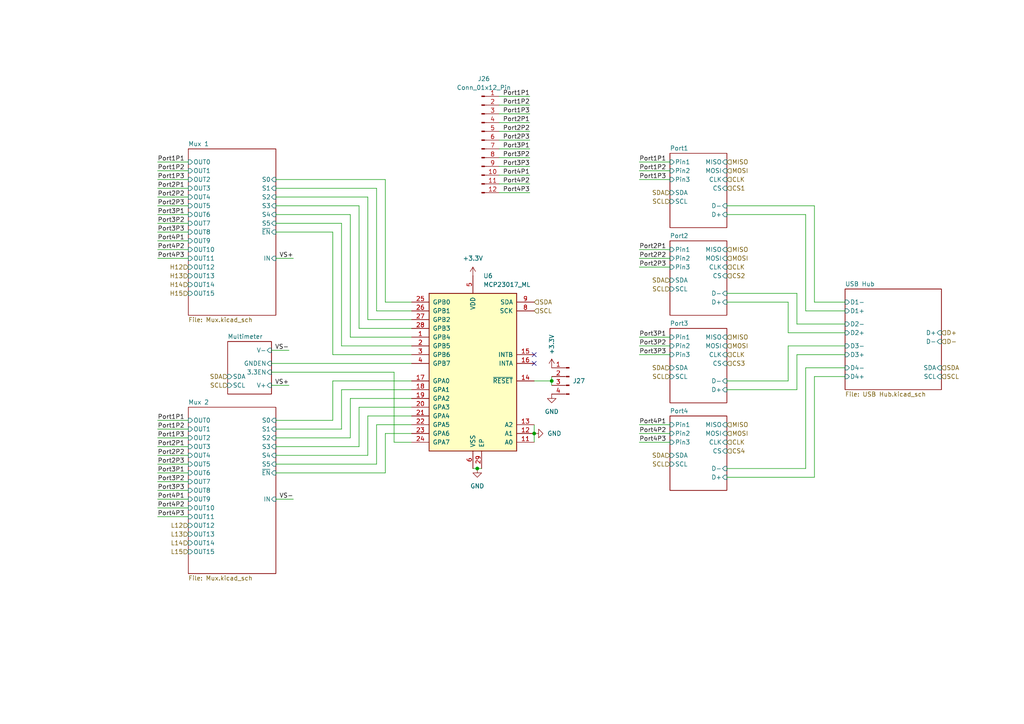
<source format=kicad_sch>
(kicad_sch (version 20231120) (generator "eeschema") (generator_version "8.0")
  (paper "A4")
  (lib_symbols
    (symbol "Connector:Conn_01x04_Pin" (pin_names (offset 1.016) hide)
      (property "Reference" "J" (at 0 5.08 0))
      (property "Value" "Conn_01x04_Pin" (at 0 -7.62 0))
      (symbol "Conn_01x04_Pin_1_1"
        (polyline (pts (xy 1.27 -5.08) (xy 0.8636 -5.08)) (stroke (width 0.1524)))
        (polyline (pts (xy 1.27 -2.54) (xy 0.8636 -2.54)) (stroke (width 0.1524)))
        (polyline (pts (xy 1.27 0) (xy 0.8636 0)) (stroke (width 0.1524)))
        (polyline (pts (xy 1.27 2.54) (xy 0.8636 2.54)) (stroke (width 0.1524)))
        (rectangle (start 0.8636 -4.953) (end 0 -5.207) (stroke (width 0.1524)) (fill (type outline)))
        (rectangle (start 0.8636 -2.413) (end 0 -2.667) (stroke (width 0.1524)) (fill (type outline)))
        (rectangle (start 0.8636 0.127) (end 0 -0.127) (stroke (width 0.1524)) (fill (type outline)))
        (rectangle (start 0.8636 2.667) (end 0 2.413) (stroke (width 0.1524)) (fill (type outline)))
        (pin passive line (at 5.08 2.54 180) (length 3.81) (name "Pin_1") (number "1"))
        (pin passive line (at 5.08 0 180) (length 3.81) (name "Pin_2") (number "2"))
        (pin passive line (at 5.08 -2.54 180) (length 3.81) (name "Pin_3") (number "3"))
        (pin passive line (at 5.08 -5.08 180) (length 3.81) (name "Pin_4") (number "4"))
      )
    )
    (symbol "Connector:Conn_01x12_Pin" (pin_names (offset 1.016) hide)
      (property "Reference" "J" (at 0 15.24 0))
      (property "Value" "Conn_01x12_Pin" (at 0 -17.78 0))
      (symbol "Conn_01x12_Pin_1_1"
        (polyline (pts (xy 1.27 -15.24) (xy 0.8636 -15.24)) (stroke (width 0.1524)))
        (polyline (pts (xy 1.27 -12.7) (xy 0.8636 -12.7)) (stroke (width 0.1524)))
        (polyline (pts (xy 1.27 -10.16) (xy 0.8636 -10.16)) (stroke (width 0.1524)))
        (polyline (pts (xy 1.27 -7.62) (xy 0.8636 -7.62)) (stroke (width 0.1524)))
        (polyline (pts (xy 1.27 -5.08) (xy 0.8636 -5.08)) (stroke (width 0.1524)))
        (polyline (pts (xy 1.27 -2.54) (xy 0.8636 -2.54)) (stroke (width 0.1524)))
        (polyline (pts (xy 1.27 0) (xy 0.8636 0)) (stroke (width 0.1524)))
        (polyline (pts (xy 1.27 2.54) (xy 0.8636 2.54)) (stroke (width 0.1524)))
        (polyline (pts (xy 1.27 5.08) (xy 0.8636 5.08)) (stroke (width 0.1524)))
        (polyline (pts (xy 1.27 7.62) (xy 0.8636 7.62)) (stroke (width 0.1524)))
        (polyline (pts (xy 1.27 10.16) (xy 0.8636 10.16)) (stroke (width 0.1524)))
        (polyline (pts (xy 1.27 12.7) (xy 0.8636 12.7)) (stroke (width 0.1524)))
        (rectangle (start 0.8636 -15.113) (end 0 -15.367) (stroke (width 0.1524)) (fill (type outline)))
        (rectangle (start 0.8636 -12.573) (end 0 -12.827) (stroke (width 0.1524)) (fill (type outline)))
        (rectangle (start 0.8636 -10.033) (end 0 -10.287) (stroke (width 0.1524)) (fill (type outline)))
        (rectangle (start 0.8636 -7.493) (end 0 -7.747) (stroke (width 0.1524)) (fill (type outline)))
        (rectangle (start 0.8636 -4.953) (end 0 -5.207) (stroke (width 0.1524)) (fill (type outline)))
        (rectangle (start 0.8636 -2.413) (end 0 -2.667) (stroke (width 0.1524)) (fill (type outline)))
        (rectangle (start 0.8636 0.127) (end 0 -0.127) (stroke (width 0.1524)) (fill (type outline)))
        (rectangle (start 0.8636 2.667) (end 0 2.413) (stroke (width 0.1524)) (fill (type outline)))
        (rectangle (start 0.8636 5.207) (end 0 4.953) (stroke (width 0.1524)) (fill (type outline)))
        (rectangle (start 0.8636 7.747) (end 0 7.493) (stroke (width 0.1524)) (fill (type outline)))
        (rectangle (start 0.8636 10.287) (end 0 10.033) (stroke (width 0.1524)) (fill (type outline)))
        (rectangle (start 0.8636 12.827) (end 0 12.573) (stroke (width 0.1524)) (fill (type outline)))
        (pin passive line (at 5.08 12.7 180) (length 3.81) (name "Pin_1") (number "1"))
        (pin passive line (at 5.08 -10.16 180) (length 3.81) (name "Pin_10") (number "10"))
        (pin passive line (at 5.08 -12.7 180) (length 3.81) (name "Pin_11") (number "11"))
        (pin passive line (at 5.08 -15.24 180) (length 3.81) (name "Pin_12") (number "12"))
        (pin passive line (at 5.08 10.16 180) (length 3.81) (name "Pin_2") (number "2"))
        (pin passive line (at 5.08 7.62 180) (length 3.81) (name "Pin_3") (number "3"))
        (pin passive line (at 5.08 5.08 180) (length 3.81) (name "Pin_4") (number "4"))
        (pin passive line (at 5.08 2.54 180) (length 3.81) (name "Pin_5") (number "5"))
        (pin passive line (at 5.08 0 180) (length 3.81) (name "Pin_6") (number "6"))
        (pin passive line (at 5.08 -2.54 180) (length 3.81) (name "Pin_7") (number "7"))
        (pin passive line (at 5.08 -5.08 180) (length 3.81) (name "Pin_8") (number "8"))
        (pin passive line (at 5.08 -7.62 180) (length 3.81) (name "Pin_9") (number "9"))
      )
    )
    (symbol "Interface_Expansion:MCP23017_ML" (pin_names (offset 1.016))
      (property "Reference" "U" (at -11.43 24.13 0))
      (property "Value" "MCP23017_ML" (at 0 0 0))
      (symbol "MCP23017_ML_0_1"
        (rectangle (start -12.7 22.86) (end 12.7 -22.86) (stroke (width 0.254)) (fill (type background)))
      )
      (symbol "MCP23017_ML_1_1"
        (pin bidirectional line (at 17.78 10.16 180) (length 5.08) (name "GPB4") (number "1"))
        (pin no_connect line (at -12.7 12.7 0) (length 5.08) hide (name "NC") (number "10"))
        (pin input line (at -17.78 -20.32 0) (length 5.08) (name "A0") (number "11"))
        (pin input line (at -17.78 -17.78 0) (length 5.08) (name "A1") (number "12"))
        (pin input line (at -17.78 -15.24 0) (length 5.08) (name "A2") (number "13"))
        (pin input line (at -17.78 -2.54 0) (length 5.08) (name "~{RESET}") (number "14"))
        (pin tri_state line (at -17.78 5.08 0) (length 5.08) (name "INTB") (number "15"))
        (pin tri_state line (at -17.78 2.54 0) (length 5.08) (name "INTA") (number "16"))
        (pin bidirectional line (at 17.78 -2.54 180) (length 5.08) (name "GPA0") (number "17"))
        (pin bidirectional line (at 17.78 -5.08 180) (length 5.08) (name "GPA1") (number "18"))
        (pin bidirectional line (at 17.78 -7.62 180) (length 5.08) (name "GPA2") (number "19"))
        (pin bidirectional line (at 17.78 7.62 180) (length 5.08) (name "GPB5") (number "2"))
        (pin bidirectional line (at 17.78 -10.16 180) (length 5.08) (name "GPA3") (number "20"))
        (pin bidirectional line (at 17.78 -12.7 180) (length 5.08) (name "GPA4") (number "21"))
        (pin bidirectional line (at 17.78 -15.24 180) (length 5.08) (name "GPA5") (number "22"))
        (pin bidirectional line (at 17.78 -17.78 180) (length 5.08) (name "GPA6") (number "23"))
        (pin bidirectional line (at 17.78 -20.32 180) (length 5.08) (name "GPA7") (number "24"))
        (pin bidirectional line (at 17.78 20.32 180) (length 5.08) (name "GPB0") (number "25"))
        (pin bidirectional line (at 17.78 17.78 180) (length 5.08) (name "GPB1") (number "26"))
        (pin bidirectional line (at 17.78 15.24 180) (length 5.08) (name "GPB2") (number "27"))
        (pin bidirectional line (at 17.78 12.7 180) (length 5.08) (name "GPB3") (number "28"))
        (pin passive line (at -2.54 -27.94 90) (length 5.08) (name "EP") (number "29"))
        (pin bidirectional line (at 17.78 5.08 180) (length 5.08) (name "GPB6") (number "3"))
        (pin bidirectional line (at 17.78 2.54 180) (length 5.08) (name "GPB7") (number "4"))
        (pin power_in line (at 0 27.94 270) (length 5.08) (name "VDD") (number "5"))
        (pin power_in line (at 0 -27.94 90) (length 5.08) (name "VSS") (number "6"))
        (pin no_connect line (at -12.7 15.24 0) (length 5.08) hide (name "NC") (number "7"))
        (pin input line (at -17.78 17.78 0) (length 5.08) (name "SCK") (number "8"))
        (pin bidirectional line (at -17.78 20.32 0) (length 5.08) (name "SDA") (number "9"))
      )
    )
    (symbol "power:+3.3V" (power) (pin_numbers hide) (pin_names (offset 0) hide)
      (property "Value" "+3.3V" (at 0 3.556 0))
      (symbol "+3.3V_0_1"
        (polyline (pts (xy -0.762 1.27) (xy 0 2.54)))
        (polyline (pts (xy 0 0) (xy 0 2.54)))
        (polyline (pts (xy 0 2.54) (xy 0.762 1.27)))
      )
      (symbol "+3.3V_1_1"
        (pin power_in line (at 0 0 90) (length 0) (name "~") (number "1"))
      )
    )
    (symbol "power:GND" (power) (pin_numbers hide) (pin_names (offset 0) hide)
      (property "Value" "GND" (at 0 -3.81 0))
      (symbol "GND_0_1"
        (polyline (pts (xy 0 0) (xy 0 -1.27) (xy 1.27 -1.27) (xy 0 -2.54) (xy -1.27 -1.27) (xy 0 -1.27)))
      )
      (symbol "GND_1_1"
        (pin power_in line (at 0 0 270) (length 0) (name "~") (number "1"))
      )
    )
  )
  (junction (at 160.02 110.49))
  (junction (at 154.94 125.73))
  (junction (at 138.43 135.89))
  (no_connect (at 154.94 102.87))
  (no_connect (at 154.94 105.41))
  (wire (pts (xy 54.61 67.31) (xy 45.72 67.31)))
  (wire (pts (xy 99.06 100.33) (xy 119.38 100.33)))
  (wire (pts (xy 138.43 135.89) (xy 139.7 135.89)))
  (wire (pts (xy 185.42 123.19) (xy 194.31 123.19)))
  (wire (pts (xy 54.61 46.99) (xy 45.72 46.99)))
  (wire (pts (xy 160.02 110.49) (xy 160.02 111.76)))
  (wire (pts (xy 154.94 110.49) (xy 160.02 110.49)))
  (wire (pts (xy 119.38 92.71) (xy 106.68 92.71)))
  (wire (pts (xy 99.06 64.77) (xy 99.06 100.33)))
  (wire (pts (xy 185.42 72.39) (xy 194.31 72.39)))
  (wire (pts (xy 194.31 128.27) (xy 185.42 128.27)))
  (wire (pts (xy 194.31 100.33) (xy 185.42 100.33)))
  (wire (pts (xy 106.68 92.71) (xy 106.68 57.15)))
  (wire (pts (xy 210.82 135.89) (xy 233.68 135.89)))
  (wire (pts (xy 54.61 132.08) (xy 45.72 132.08)))
  (wire (pts (xy 78.74 107.95) (xy 114.3 107.95)))
  (wire (pts (xy 54.61 62.23) (xy 45.72 62.23)))
  (wire (pts (xy 54.61 137.16) (xy 45.72 137.16)))
  (wire (pts (xy 104.14 59.69) (xy 104.14 95.25)))
  (wire (pts (xy 194.31 77.47) (xy 185.42 77.47)))
  (wire (pts (xy 144.78 40.64) (xy 153.67 40.64)))
  (wire (pts (xy 210.82 62.23) (xy 233.68 62.23)))
  (wire (pts (xy 160.02 110.49) (xy 160.02 109.22)))
  (wire (pts (xy 137.16 135.89) (xy 138.43 135.89)))
  (wire (pts (xy 109.22 54.61) (xy 109.22 90.17)))
  (wire (pts (xy 104.14 95.25) (xy 119.38 95.25)))
  (wire (pts (xy 144.78 53.34) (xy 153.67 53.34)))
  (wire (pts (xy 54.61 54.61) (xy 45.72 54.61)))
  (wire (pts (xy 144.78 55.88) (xy 153.67 55.88)))
  (wire (pts (xy 119.38 87.63) (xy 111.76 87.63)))
  (wire (pts (xy 233.68 106.68) (xy 245.11 106.68)))
  (wire (pts (xy 54.61 144.78) (xy 45.72 144.78)))
  (wire (pts (xy 83.82 101.6) (xy 78.74 101.6)))
  (wire (pts (xy 233.68 62.23) (xy 233.68 90.17)))
  (wire (pts (xy 96.52 110.49) (xy 119.38 110.49)))
  (wire (pts (xy 83.82 111.76) (xy 78.74 111.76)))
  (wire (pts (xy 194.31 125.73) (xy 185.42 125.73)))
  (wire (pts (xy 245.11 87.63) (xy 236.22 87.63)))
  (wire (pts (xy 80.01 124.46) (xy 99.06 124.46)))
  (wire (pts (xy 245.11 109.22) (xy 236.22 109.22)))
  (wire (pts (xy 233.68 135.89) (xy 233.68 106.68)))
  (wire (pts (xy 231.14 102.87) (xy 231.14 113.03)))
  (wire (pts (xy 85.09 74.93) (xy 80.01 74.93)))
  (wire (pts (xy 119.38 97.79) (xy 101.6 97.79)))
  (wire (pts (xy 96.52 67.31) (xy 80.01 67.31)))
  (wire (pts (xy 111.76 87.63) (xy 111.76 52.07)))
  (wire (pts (xy 119.38 115.57) (xy 101.6 115.57)))
  (wire (pts (xy 228.6 87.63) (xy 228.6 96.52)))
  (wire (pts (xy 185.42 46.99) (xy 194.31 46.99)))
  (wire (pts (xy 194.31 49.53) (xy 185.42 49.53)))
  (wire (pts (xy 80.01 64.77) (xy 99.06 64.77)))
  (wire (pts (xy 96.52 102.87) (xy 96.52 67.31)))
  (wire (pts (xy 210.82 110.49) (xy 228.6 110.49)))
  (wire (pts (xy 194.31 102.87) (xy 185.42 102.87)))
  (wire (pts (xy 78.74 105.41) (xy 119.38 105.41)))
  (wire (pts (xy 54.61 59.69) (xy 45.72 59.69)))
  (wire (pts (xy 54.61 57.15) (xy 45.72 57.15)))
  (wire (pts (xy 194.31 97.79) (xy 185.42 97.79)))
  (wire (pts (xy 114.3 128.27) (xy 114.3 107.95)))
  (wire (pts (xy 231.14 93.98) (xy 231.14 85.09)))
  (wire (pts (xy 228.6 96.52) (xy 245.11 96.52)))
  (wire (pts (xy 54.61 49.53) (xy 45.72 49.53)))
  (wire (pts (xy 109.22 123.19) (xy 109.22 134.62)))
  (wire (pts (xy 104.14 118.11) (xy 119.38 118.11)))
  (wire (pts (xy 144.78 38.1) (xy 153.67 38.1)))
  (wire (pts (xy 228.6 100.33) (xy 245.11 100.33)))
  (wire (pts (xy 119.38 120.65) (xy 106.68 120.65)))
  (wire (pts (xy 144.78 43.18) (xy 153.67 43.18)))
  (wire (pts (xy 80.01 54.61) (xy 109.22 54.61)))
  (wire (pts (xy 153.67 50.8) (xy 144.78 50.8)))
  (wire (pts (xy 144.78 48.26) (xy 153.67 48.26)))
  (wire (pts (xy 210.82 87.63) (xy 228.6 87.63)))
  (wire (pts (xy 109.22 90.17) (xy 119.38 90.17)))
  (wire (pts (xy 153.67 35.56) (xy 144.78 35.56)))
  (wire (pts (xy 101.6 62.23) (xy 80.01 62.23)))
  (wire (pts (xy 54.61 121.92) (xy 45.72 121.92)))
  (wire (pts (xy 54.61 52.07) (xy 45.72 52.07)))
  (wire (pts (xy 109.22 134.62) (xy 80.01 134.62)))
  (wire (pts (xy 111.76 52.07) (xy 80.01 52.07)))
  (wire (pts (xy 54.61 127) (xy 45.72 127)))
  (wire (pts (xy 236.22 138.43) (xy 210.82 138.43)))
  (wire (pts (xy 119.38 102.87) (xy 96.52 102.87)))
  (wire (pts (xy 85.09 144.78) (xy 80.01 144.78)))
  (wire (pts (xy 54.61 147.32) (xy 45.72 147.32)))
  (wire (pts (xy 231.14 113.03) (xy 210.82 113.03)))
  (wire (pts (xy 119.38 123.19) (xy 109.22 123.19)))
  (wire (pts (xy 80.01 121.92) (xy 96.52 121.92)))
  (wire (pts (xy 245.11 93.98) (xy 231.14 93.98)))
  (wire (pts (xy 101.6 115.57) (xy 101.6 127)))
  (wire (pts (xy 231.14 85.09) (xy 210.82 85.09)))
  (wire (pts (xy 144.78 33.02) (xy 153.67 33.02)))
  (wire (pts (xy 106.68 57.15) (xy 80.01 57.15)))
  (wire (pts (xy 80.01 59.69) (xy 104.14 59.69)))
  (wire (pts (xy 54.61 64.77) (xy 45.72 64.77)))
  (wire (pts (xy 101.6 97.79) (xy 101.6 62.23)))
  (wire (pts (xy 106.68 132.08) (xy 80.01 132.08)))
  (wire (pts (xy 153.67 27.94) (xy 144.78 27.94)))
  (wire (pts (xy 104.14 129.54) (xy 104.14 118.11)))
  (wire (pts (xy 236.22 87.63) (xy 236.22 59.69)))
  (wire (pts (xy 99.06 124.46) (xy 99.06 113.03)))
  (wire (pts (xy 154.94 125.73) (xy 154.94 128.27)))
  (wire (pts (xy 54.61 69.85) (xy 45.72 69.85)))
  (wire (pts (xy 144.78 45.72) (xy 153.67 45.72)))
  (wire (pts (xy 119.38 128.27) (xy 114.3 128.27)))
  (wire (pts (xy 54.61 129.54) (xy 45.72 129.54)))
  (wire (pts (xy 54.61 124.46) (xy 45.72 124.46)))
  (wire (pts (xy 99.06 113.03) (xy 119.38 113.03)))
  (wire (pts (xy 111.76 137.16) (xy 80.01 137.16)))
  (wire (pts (xy 54.61 142.24) (xy 45.72 142.24)))
  (wire (pts (xy 194.31 52.07) (xy 185.42 52.07)))
  (wire (pts (xy 119.38 125.73) (xy 111.76 125.73)))
  (wire (pts (xy 228.6 110.49) (xy 228.6 100.33)))
  (wire (pts (xy 101.6 127) (xy 80.01 127)))
  (wire (pts (xy 154.94 123.19) (xy 154.94 125.73)))
  (wire (pts (xy 96.52 121.92) (xy 96.52 110.49)))
  (wire (pts (xy 245.11 102.87) (xy 231.14 102.87)))
  (wire (pts (xy 54.61 74.93) (xy 45.72 74.93)))
  (wire (pts (xy 54.61 149.86) (xy 45.72 149.86)))
  (wire (pts (xy 236.22 109.22) (xy 236.22 138.43)))
  (wire (pts (xy 194.31 74.93) (xy 185.42 74.93)))
  (wire (pts (xy 236.22 59.69) (xy 210.82 59.69)))
  (wire (pts (xy 54.61 134.62) (xy 45.72 134.62)))
  (wire (pts (xy 233.68 90.17) (xy 245.11 90.17)))
  (wire (pts (xy 144.78 30.48) (xy 153.67 30.48)))
  (wire (pts (xy 54.61 72.39) (xy 45.72 72.39)))
  (wire (pts (xy 111.76 125.73) (xy 111.76 137.16)))
  (wire (pts (xy 80.01 129.54) (xy 104.14 129.54)))
  (wire (pts (xy 106.68 120.65) (xy 106.68 132.08)))
  (wire (pts (xy 54.61 139.7) (xy 45.72 139.7)))
  (label "Port2P3" (at 185.42 77.47 0))
  (label "Port3P3" (at 45.72 67.31 0))
  (label "Port1P1" (at 45.72 121.92 0))
  (label "Port3P3" (at 153.67 48.26 180))
  (label "Port1P2" (at 45.72 49.53 0))
  (label "Port1P2" (at 185.42 49.53 0))
  (label "Port4P3" (at 45.72 74.93 0))
  (label "Port3P2" (at 185.42 100.33 0))
  (label "Port1P1" (at 185.42 46.99 0))
  (label "Port1P3" (at 153.67 33.02 180))
  (label "Port3P2" (at 45.72 139.7 0))
  (label "Port2P1" (at 45.72 129.54 0))
  (label "Port4P3" (at 153.67 55.88 180))
  (label "Port3P2" (at 153.67 45.72 180))
  (label "Port2P1" (at 185.42 72.39 0))
  (label "VS-" (at 85.09 144.78 180))
  (label "Port1P1" (at 153.67 27.94 180))
  (label "VS+" (at 85.09 74.93 180))
  (label "Port2P3" (at 45.72 134.62 0))
  (label "Port2P2" (at 45.72 57.15 0))
  (label "Port3P2" (at 45.72 64.77 0))
  (label "Port1P2" (at 45.72 124.46 0))
  (label "Port2P2" (at 185.42 74.93 0))
  (label "Port3P1" (at 153.67 43.18 180))
  (label "Port1P3" (at 45.72 127 0))
  (label "Port1P3" (at 185.42 52.07 0))
  (label "Port2P3" (at 153.67 40.64 180))
  (label "VS+" (at 83.82 111.76 180))
  (label "Port4P1" (at 45.72 144.78 0))
  (label "Port2P1" (at 153.67 35.56 180))
  (label "Port4P2" (at 185.42 125.73 0))
  (label "Port4P2" (at 153.67 53.34 180))
  (label "Port3P1" (at 185.42 97.79 0))
  (label "Port3P1" (at 45.72 137.16 0))
  (label "Port3P1" (at 45.72 62.23 0))
  (label "Port1P1" (at 45.72 46.99 0))
  (label "Port1P3" (at 45.72 52.07 0))
  (label "Port3P3" (at 45.72 142.24 0))
  (label "Port4P3" (at 45.72 149.86 0))
  (label "Port2P1" (at 45.72 54.61 0))
  (label "Port2P2" (at 45.72 132.08 0))
  (label "Port4P2" (at 45.72 72.39 0))
  (label "Port4P1" (at 45.72 69.85 0))
  (label "Port4P2" (at 45.72 147.32 0))
  (label "Port2P3" (at 45.72 59.69 0))
  (label "VS-" (at 83.82 101.6 180))
  (label "Port4P3" (at 185.42 128.27 0))
  (label "Port4P1" (at 153.67 50.8 180))
  (label "Port1P2" (at 153.67 30.48 180))
  (label "Port2P2" (at 153.67 38.1 180))
  (label "Port4P1" (at 185.42 123.19 0))
  (label "Port3P3" (at 185.42 102.87 0))
  (hierarchical_label "MISO" (shape input) (at 210.82 46.99 0))
  (hierarchical_label "CLK" (shape input) (at 210.82 102.87 0))
  (hierarchical_label "SDA" (shape input) (at 66.04 109.22 180))
  (hierarchical_label "D+" (shape input) (at 273.05 96.52 0))
  (hierarchical_label "SCL" (shape input) (at 273.05 109.22 0))
  (hierarchical_label "L13" (shape input) (at 54.61 154.94 180))
  (hierarchical_label "SCL" (shape input) (at 154.94 90.17 0))
  (hierarchical_label "SDA" (shape input) (at 154.94 87.63 0))
  (hierarchical_label "MISO" (shape input) (at 210.82 97.79 0))
  (hierarchical_label "L14" (shape input) (at 54.61 157.48 180))
  (hierarchical_label "MOSI" (shape input) (at 210.82 74.93 0))
  (hierarchical_label "SCL" (shape input) (at 194.31 83.82 180))
  (hierarchical_label "CLK" (shape input) (at 210.82 52.07 0))
  (hierarchical_label "CS4" (shape input) (at 210.82 130.81 0))
  (hierarchical_label "SDA" (shape input) (at 273.05 106.68 0))
  (hierarchical_label "MISO" (shape input) (at 210.82 72.39 0))
  (hierarchical_label "SDA" (shape input) (at 194.31 132.08 180))
  (hierarchical_label "SDA" (shape input) (at 194.31 81.28 180))
  (hierarchical_label "SCL" (shape input) (at 194.31 109.22 180))
  (hierarchical_label "SCL" (shape input) (at 66.04 111.76 180))
  (hierarchical_label "CS2" (shape input) (at 210.82 80.01 0))
  (hierarchical_label "SDA" (shape input) (at 194.31 106.68 180))
  (hierarchical_label "CLK" (shape input) (at 210.82 128.27 0))
  (hierarchical_label "D-" (shape input) (at 273.05 99.06 0))
  (hierarchical_label "MISO" (shape input) (at 210.82 123.19 0))
  (hierarchical_label "CS1" (shape input) (at 210.82 54.61 0))
  (hierarchical_label "CLK" (shape input) (at 210.82 77.47 0))
  (hierarchical_label "SCL" (shape input) (at 194.31 134.62 180))
  (hierarchical_label "MOSI" (shape input) (at 210.82 49.53 0))
  (hierarchical_label "CS3" (shape input) (at 210.82 105.41 0))
  (hierarchical_label "SDA" (shape input) (at 194.31 55.88 180))
  (hierarchical_label "MOSI" (shape input) (at 210.82 125.73 0))
  (hierarchical_label "H15" (shape input) (at 54.61 85.09 180))
  (hierarchical_label "MOSI" (shape input) (at 210.82 100.33 0))
  (hierarchical_label "SCL" (shape input) (at 194.31 58.42 180))
  (hierarchical_label "L12" (shape input) (at 54.61 152.4 180))
  (hierarchical_label "H13" (shape input) (at 54.61 80.01 180))
  (hierarchical_label "H14" (shape input) (at 54.61 82.55 180))
  (hierarchical_label "L15" (shape input) (at 54.61 160.02 180))
  (hierarchical_label "H12" (shape input) (at 54.61 77.47 180))
  (symbol (lib_id "power:+3.3V") (at 160.02 106.68 0) (unit 1)
    (property "Reference" "#PWR076" (effects (hide yes)))
    (property "Value" "+3.3V" (at 160.0201 102.87 90) (effects (justify left)))
    (property "Description" "Power symbol creates a global label with name \"+3.3V\"" (effects (hide yes)))
  )
  (symbol (lib_id "power:GND") (at 160.02 114.3 0) (unit 1)
    (property "Reference" "#PWR077" (effects (hide yes)))
    (property "Value" "GND" (at 160.02 119.38 0))
    (property "Description" "Power symbol creates a global label with name \"GND\" , ground" (effects (hide yes)))
  )
  (symbol (lib_id "Connector:Conn_01x04_Pin") (at 165.1 109.22 0) (mirror y) (unit 1)
    (property "Reference" "J27" (at 166.116 110.49 0) (effects (justify right)))
    (property "Value" "Conn_01x04_Pin" (effects (hide yes)))
    (property "Footprint" "Connector_PinHeader_1.27mm:PinHeader_1x04_P1.27mm_Vertical" (effects (hide yes)))
    (property "Description" "Generic connector, single row, 01x04, script generated" (effects (hide yes)))
  )
  (symbol (lib_id "power:+3.3V") (at 137.16 80.01 0) (mirror y) (unit 1)
    (property "Reference" "#PWR075" (effects (hide yes)))
    (property "Value" "+3.3V" (at 137.16 74.93 0))
    (property "Description" "Power symbol creates a global label with name \"+3.3V\"" (effects (hide yes)))
  )
  (symbol (lib_id "Interface_Expansion:MCP23017_ML") (at 137.16 107.95 0) (mirror y) (unit 1)
    (property "Reference" "U6" (at 140.1765 80.01 0) (effects (justify right)))
    (property "Value" "MCP23017_ML" (at 140.1765 82.55 0) (effects (justify right)))
    (property "Footprint" "Package_DFN_QFN:QFN-28-1EP_6x6mm_P0.65mm_EP4.25x4.25mm" (effects (hide yes)))
    (property "Datasheet" "http://ww1.microchip.com/downloads/en/DeviceDoc/20001952C.pdf" (effects (hide yes)))
    (property "Description" "16-bit I/O expander, I2C, interrupts, w pull-ups, QFN-28" (effects (hide yes)))
  )
  (symbol (lib_id "Connector:Conn_01x12_Pin") (at 139.7 40.64 0) (unit 1)
    (property "Reference" "J26" (at 140.335 22.86 0))
    (property "Value" "Conn_01x12_Pin" (at 140.335 25.4 0))
    (property "Footprint" "Connector_PinHeader_1.27mm:PinHeader_1x12_P1.27mm_Vertical" (effects (hide yes)))
    (property "Description" "Generic connector, single row, 01x12, script generated" (effects (hide yes)))
  )
  (symbol (lib_id "power:GND") (at 154.94 125.73 90) (unit 1)
    (property "Reference" "#PWR078" (effects (hide yes)))
    (property "Value" "GND" (at 158.75 125.7299 90) (effects (justify right)))
    (property "Description" "Power symbol creates a global label with name \"GND\" , ground" (effects (hide yes)))
  )
  (symbol (lib_id "power:GND") (at 138.43 135.89 0) (unit 1)
    (property "Reference" "#PWR079" (effects (hide yes)))
    (property "Value" "GND" (at 138.43 140.97 0))
    (property "Description" "Power symbol creates a global label with name \"GND\" , ground" (effects (hide yes)))
  )
  (sheet (at 194.31 44.45) (size 16.51 21.59) (stroke (width 0.1524))
    (property "Sheetname" "Port1" (at 194.31 43.7384 0) (effects (justify left bottom)))
    (property "Sheetfile" "Port.kicad_sch" (effects (hide yes)))
    (pin "Pin1" input (at 194.31 46.99 180))
    (pin "Pin2" input (at 194.31 49.53 180))
    (pin "Pin3" input (at 194.31 52.07 180))
    (pin "CS" input (at 210.82 54.61 0))
    (pin "D-" input (at 210.82 59.69 0))
    (pin "D+" input (at 210.82 62.23 0))
    (pin "MISO" input (at 210.82 46.99 0))
    (pin "MOSI" input (at 210.82 49.53 0))
    (pin "CLK" input (at 210.82 52.07 0))
    (pin "SDA" input (at 194.31 55.88 180))
    (pin "SCL" input (at 194.31 58.42 180))
  )
  (sheet (at 54.61 118.11) (size 25.4 48.26) (stroke (width 0.1524))
    (property "Sheetname" "Mux 2" (at 54.61 117.3984 0) (effects (justify left bottom)))
    (property "Sheetfile" "Mux.kicad_sch" (at 54.61 166.9546 0) (effects (justify left top)))
    (pin "S1" input (at 80.01 124.46 0))
    (pin "S0" input (at 80.01 121.92 0))
    (pin "S2" input (at 80.01 127 0))
    (pin "~{EN}" input (at 80.01 137.16 0))
    (pin "OUT7" input (at 54.61 139.7 180))
    (pin "OUT8" input (at 54.61 142.24 180))
    (pin "OUT6" input (at 54.61 137.16 180))
    (pin "OUT2" input (at 54.61 127 180))
    (pin "OUT5" input (at 54.61 134.62 180))
    (pin "OUT3" input (at 54.61 129.54 180))
    (pin "OUT4" input (at 54.61 132.08 180))
    (pin "OUT1" input (at 54.61 124.46 180))
    (pin "OUT12" input (at 54.61 152.4 180))
    (pin "OUT13" input (at 54.61 154.94 180))
    (pin "OUT0" input (at 54.61 121.92 180))
    (pin "OUT15" input (at 54.61 160.02 180))
    (pin "OUT14" input (at 54.61 157.48 180))
    (pin "S4" input (at 80.01 132.08 0))
    (pin "IN" input (at 80.01 144.78 0))
    (pin "S3" input (at 80.01 129.54 0))
    (pin "S5" input (at 80.01 134.62 0))
    (pin "OUT9" input (at 54.61 144.78 180))
    (pin "OUT11" input (at 54.61 149.86 180))
    (pin "OUT10" input (at 54.61 147.32 180))
  )
  (sheet (at 194.31 120.65) (size 16.51 21.59) (stroke (width 0.1524))
    (property "Sheetname" "Port4" (at 194.31 119.9384 0) (effects (justify left bottom)))
    (property "Sheetfile" "Port.kicad_sch" (effects (hide yes)))
    (pin "Pin1" input (at 194.31 123.19 180))
    (pin "Pin2" input (at 194.31 125.73 180))
    (pin "Pin3" input (at 194.31 128.27 180))
    (pin "CS" input (at 210.82 130.81 0))
    (pin "D-" input (at 210.82 135.89 0))
    (pin "D+" input (at 210.82 138.43 0))
    (pin "MISO" input (at 210.82 123.19 0))
    (pin "MOSI" input (at 210.82 125.73 0))
    (pin "CLK" input (at 210.82 128.27 0))
    (pin "SDA" input (at 194.31 132.08 180))
    (pin "SCL" input (at 194.31 134.62 180))
  )
  (sheet (at 54.61 43.18) (size 25.4 48.26) (stroke (width 0.1524))
    (property "Sheetname" "Mux 1" (at 54.61 42.4684 0) (effects (justify left bottom)))
    (property "Sheetfile" "Mux.kicad_sch" (at 54.61 92.0246 0) (effects (justify left top)))
    (pin "S1" input (at 80.01 54.61 0))
    (pin "S0" input (at 80.01 52.07 0))
    (pin "S2" input (at 80.01 57.15 0))
    (pin "~{EN}" input (at 80.01 67.31 0))
    (pin "OUT7" input (at 54.61 64.77 180))
    (pin "OUT8" input (at 54.61 67.31 180))
    (pin "OUT6" input (at 54.61 62.23 180))
    (pin "OUT2" input (at 54.61 52.07 180))
    (pin "OUT5" input (at 54.61 59.69 180))
    (pin "OUT3" input (at 54.61 54.61 180))
    (pin "OUT4" input (at 54.61 57.15 180))
    (pin "OUT1" input (at 54.61 49.53 180))
    (pin "OUT12" input (at 54.61 77.47 180))
    (pin "OUT13" input (at 54.61 80.01 180))
    (pin "OUT0" input (at 54.61 46.99 180))
    (pin "OUT15" input (at 54.61 85.09 180))
    (pin "OUT14" input (at 54.61 82.55 180))
    (pin "S4" input (at 80.01 62.23 0))
    (pin "IN" input (at 80.01 74.93 0))
    (pin "S3" input (at 80.01 59.69 0))
    (pin "S5" input (at 80.01 64.77 0))
    (pin "OUT9" input (at 54.61 69.85 180))
    (pin "OUT11" input (at 54.61 74.93 180))
    (pin "OUT10" input (at 54.61 72.39 180))
  )
  (sheet (at 194.31 69.85) (size 16.51 21.59) (stroke (width 0.1524))
    (property "Sheetname" "Port2" (at 194.31 69.1384 0) (effects (justify left bottom)))
    (property "Sheetfile" "Port.kicad_sch" (effects (hide yes)))
    (pin "Pin1" input (at 194.31 72.39 180))
    (pin "Pin2" input (at 194.31 74.93 180))
    (pin "Pin3" input (at 194.31 77.47 180))
    (pin "CS" input (at 210.82 80.01 0))
    (pin "D-" input (at 210.82 85.09 0))
    (pin "D+" input (at 210.82 87.63 0))
    (pin "MISO" input (at 210.82 72.39 0))
    (pin "MOSI" input (at 210.82 74.93 0))
    (pin "CLK" input (at 210.82 77.47 0))
    (pin "SDA" input (at 194.31 81.28 180))
    (pin "SCL" input (at 194.31 83.82 180))
  )
  (sheet (at 66.04 99.06) (size 12.7 15.24) (stroke (width 0.1524))
    (property "Sheetname" "Multimeter" (at 66.04 98.3484 0) (effects (justify left bottom)))
    (property "Sheetfile" "MM.kicad_sch" (effects (hide yes)))
    (pin "V+" input (at 78.74 111.76 0))
    (pin "V-" input (at 78.74 101.6 0))
    (pin "GNDEN" input (at 78.74 105.41 0))
    (pin "3.3EN" input (at 78.74 107.95 0))
    (pin "SCL" input (at 66.04 111.76 180))
    (pin "SDA" input (at 66.04 109.22 180))
  )
  (sheet (at 194.31 95.25) (size 16.51 21.59) (stroke (width 0.1524))
    (property "Sheetname" "Port3" (at 194.31 94.5384 0) (effects (justify left bottom)))
    (property "Sheetfile" "Port.kicad_sch" (effects (hide yes)))
    (pin "Pin1" input (at 194.31 97.79 180))
    (pin "Pin2" input (at 194.31 100.33 180))
    (pin "Pin3" input (at 194.31 102.87 180))
    (pin "CS" input (at 210.82 105.41 0))
    (pin "D-" input (at 210.82 110.49 0))
    (pin "D+" input (at 210.82 113.03 0))
    (pin "MISO" input (at 210.82 97.79 0))
    (pin "MOSI" input (at 210.82 100.33 0))
    (pin "CLK" input (at 210.82 102.87 0))
    (pin "SDA" input (at 194.31 106.68 180))
    (pin "SCL" input (at 194.31 109.22 180))
  )
  (sheet (at 245.11 83.82) (size 27.94 29.21) (stroke (width 0.1524))
    (property "Sheetname" "USB Hub" (at 245.11 83.1084 0) (effects (justify left bottom)))
    (property "Sheetfile" "USB Hub.kicad_sch" (at 245.11 113.6146 0) (effects (justify left top)))
    (pin "D+" input (at 273.05 96.52 0))
    (pin "D-" input (at 273.05 99.06 0))
    (pin "D1+" input (at 245.11 90.17 180))
    (pin "D1-" input (at 245.11 87.63 180))
    (pin "D2-" input (at 245.11 93.98 180))
    (pin "D2+" input (at 245.11 96.52 180))
    (pin "D3-" input (at 245.11 100.33 180))
    (pin "D3+" input (at 245.11 102.87 180))
    (pin "D4-" input (at 245.11 106.68 180))
    (pin "D4+" input (at 245.11 109.22 180))
    (pin "SCL" input (at 273.05 109.22 0))
    (pin "SDA" input (at 273.05 106.68 0))
  )
)
</source>
